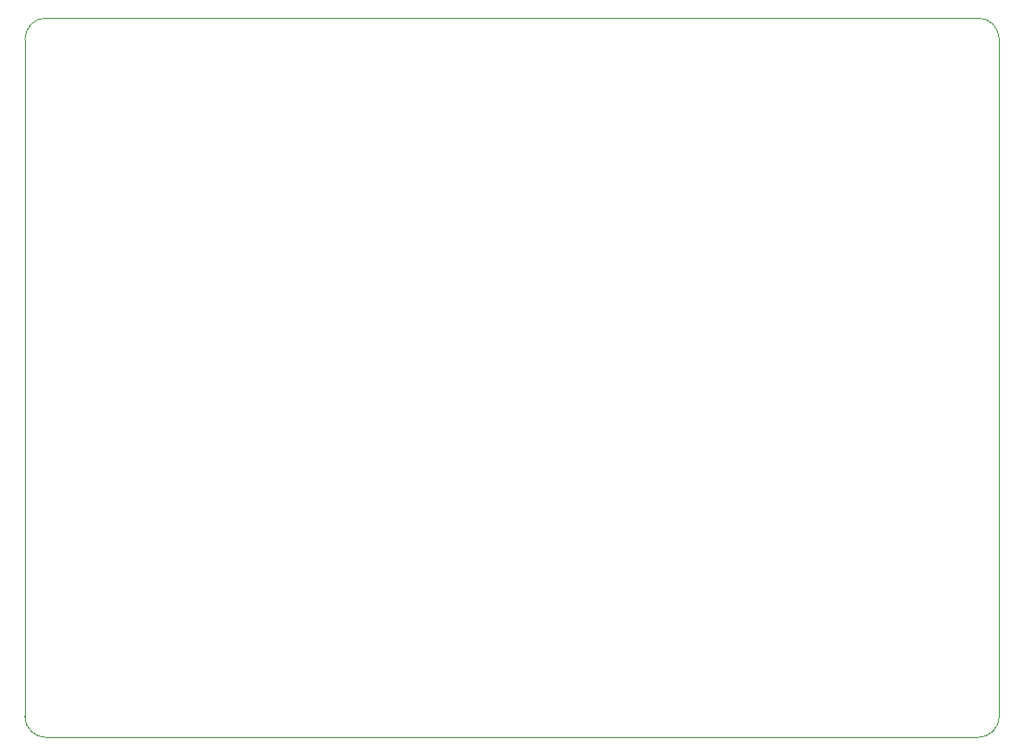
<source format=gm1>
G04 #@! TF.FileFunction,Profile,NP*
%FSLAX46Y46*%
G04 Gerber Fmt 4.6, Leading zero omitted, Abs format (unit mm)*
G04 Created by KiCad (PCBNEW 4.0.6-e0-6349~53~ubuntu16.04.1) date Thu May 25 23:24:03 2017*
%MOMM*%
%LPD*%
G01*
G04 APERTURE LIST*
%ADD10C,0.100000*%
G04 APERTURE END LIST*
D10*
X141000000Y-127000000D02*
X141000000Y-63000000D01*
X51000000Y-129000000D02*
X139000000Y-129000000D01*
X49000000Y-63000000D02*
X49000000Y-127000000D01*
X139000000Y-61000000D02*
X51000000Y-61000000D01*
X141000000Y-63000000D02*
G75*
G03X139000000Y-61000000I-2000000J0D01*
G01*
X49000000Y-127000000D02*
G75*
G03X51000000Y-129000000I2000000J0D01*
G01*
X139000000Y-129000000D02*
G75*
G03X141000000Y-127000000I0J2000000D01*
G01*
X51000000Y-61000000D02*
G75*
G03X49000000Y-63000000I0J-2000000D01*
G01*
M02*

</source>
